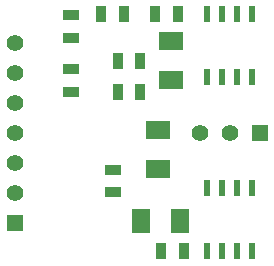
<source format=gts>
G04 (created by PCBNEW (2013-07-07 BZR 4022)-stable) date 1/27/2014 8:08:51 PM*
%MOIN*%
G04 Gerber Fmt 3.4, Leading zero omitted, Abs format*
%FSLAX34Y34*%
G01*
G70*
G90*
G04 APERTURE LIST*
%ADD10C,0.00590551*%
%ADD11R,0.0236X0.0551*%
%ADD12R,0.08X0.06*%
%ADD13R,0.06X0.08*%
%ADD14R,0.035X0.055*%
%ADD15R,0.055X0.035*%
%ADD16R,0.055X0.055*%
%ADD17C,0.055*%
G04 APERTURE END LIST*
G54D10*
G54D11*
X85700Y-53600D03*
X85700Y-51500D03*
X85200Y-53600D03*
X84700Y-53600D03*
X84200Y-53600D03*
X85200Y-51500D03*
X84700Y-51500D03*
X84200Y-51500D03*
X85700Y-59400D03*
X85700Y-57300D03*
X85200Y-59400D03*
X84700Y-59400D03*
X84200Y-59400D03*
X85200Y-57300D03*
X84700Y-57300D03*
X84200Y-57300D03*
G54D12*
X83000Y-52400D03*
X83000Y-53700D03*
X82550Y-56650D03*
X82550Y-55350D03*
G54D13*
X82000Y-58400D03*
X83300Y-58400D03*
G54D14*
X83225Y-51500D03*
X82475Y-51500D03*
X81975Y-53050D03*
X81225Y-53050D03*
X81975Y-54100D03*
X81225Y-54100D03*
G54D15*
X81050Y-57425D03*
X81050Y-56675D03*
G54D14*
X81425Y-51500D03*
X80675Y-51500D03*
X82675Y-59400D03*
X83425Y-59400D03*
G54D15*
X79650Y-53325D03*
X79650Y-54075D03*
X79650Y-51525D03*
X79650Y-52275D03*
G54D16*
X85950Y-55450D03*
G54D17*
X84950Y-55450D03*
X83950Y-55450D03*
G54D16*
X77790Y-58450D03*
G54D17*
X77790Y-57450D03*
X77790Y-56450D03*
X77790Y-55450D03*
X77790Y-54450D03*
X77790Y-53450D03*
X77790Y-52450D03*
M02*

</source>
